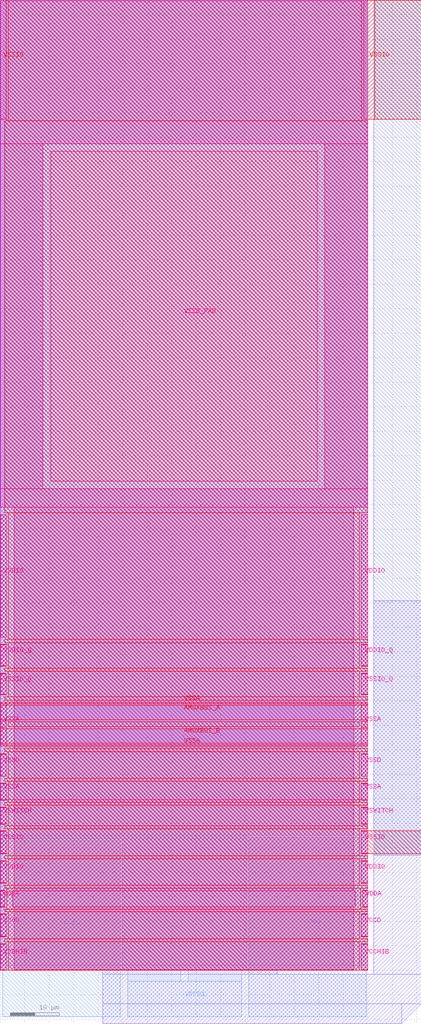
<source format=lef>
VERSION 5.7 ;
  NOWIREEXTENSIONATPIN ON ;
  DIVIDERCHAR "/" ;
  BUSBITCHARS "[]" ;
MACRO sky130_ef_io__vssd_lvc_clamped3_pad
  CLASS PAD POWER ;
  FOREIGN sky130_ef_io__vssd_lvc_clamped3_pad ;
  ORIGIN 0.000 0.000 ;
  SIZE 75.000 BY 197.965 ;
  PIN AMUXBUS_A
    DIRECTION INOUT ;
    USE SIGNAL ;
    PORT
      LAYER met4 ;
        RECT 0.000 51.090 75.000 54.070 ;
    END
  END AMUXBUS_A
  PIN AMUXBUS_B
    DIRECTION INOUT ;
    USE SIGNAL ;
    PORT
      LAYER met4 ;
        RECT 0.000 46.330 75.000 49.310 ;
    END
  END AMUXBUS_B
  PIN VSSD_PAD
    DIRECTION INOUT ;
    USE GROUND ;
    PORT
      LAYER met5 ;
        RECT 10.270 99.865 64.670 167.130 ;
    END
  END VSSD_PAD
  PIN VSSA
    DIRECTION INOUT ;
    USE GROUND ;
    PORT
      LAYER met5 ;
        RECT 73.730 45.700 75.000 54.700 ;
    END
    PORT
      LAYER met5 ;
        RECT 73.730 34.805 75.000 38.050 ;
    END
    PORT
      LAYER met5 ;
        RECT 0.000 45.700 1.270 54.700 ;
    END
    PORT
      LAYER met5 ;
        RECT 0.000 34.805 1.270 38.050 ;
    END
    PORT
      LAYER met4 ;
        RECT 73.730 49.610 75.000 50.790 ;
    END
    PORT
      LAYER met4 ;
        RECT 0.000 54.370 75.000 54.700 ;
    END
    PORT
      LAYER met4 ;
        RECT 0.000 45.700 75.000 46.030 ;
    END
    PORT
      LAYER met4 ;
        RECT 73.730 34.700 75.000 38.150 ;
    END
    PORT
      LAYER met4 ;
        RECT 0.000 49.610 1.270 50.790 ;
    END
    PORT
      LAYER met4 ;
        RECT 0.000 34.700 1.270 38.150 ;
    END
  END VSSA
  PIN VDDA
    DIRECTION INOUT ;
    USE POWER ;
    PORT
      LAYER met5 ;
        RECT 74.035 13.000 75.000 16.250 ;
    END
    PORT
      LAYER met5 ;
        RECT 0.000 13.000 0.965 16.250 ;
    END
    PORT
      LAYER met4 ;
        RECT 74.035 12.900 75.000 16.350 ;
    END
    PORT
      LAYER met4 ;
        RECT 0.000 12.900 0.965 16.350 ;
    END
  END VDDA
  PIN VSWITCH
    DIRECTION INOUT ;
    USE POWER ;
    PORT
      LAYER met5 ;
        RECT 73.730 29.950 75.000 33.200 ;
    END
    PORT
      LAYER met5 ;
        RECT 0.000 29.950 1.270 33.200 ;
    END
    PORT
      LAYER met4 ;
        RECT 73.730 29.850 75.000 33.300 ;
    END
    PORT
      LAYER met4 ;
        RECT 0.000 29.850 1.270 33.300 ;
    END
  END VSWITCH
  PIN VDDIO_Q
    DIRECTION INOUT ;
    USE POWER ;
    PORT
      LAYER met5 ;
        RECT 73.730 62.150 75.000 66.400 ;
    END
    PORT
      LAYER met5 ;
        RECT 0.000 62.150 1.270 66.400 ;
    END
    PORT
      LAYER met4 ;
        RECT 73.730 62.050 75.000 66.500 ;
    END
    PORT
      LAYER met4 ;
        RECT 0.000 62.050 1.270 66.500 ;
    END
  END VDDIO_Q
  PIN VCCHIB
    DIRECTION INOUT ;
    USE POWER ;
    PORT
      LAYER met5 ;
        RECT 73.730 0.100 75.000 5.350 ;
    END
    PORT
      LAYER met5 ;
        RECT 0.000 0.100 1.270 5.350 ;
    END
    PORT
      LAYER met4 ;
        RECT 73.730 0.000 75.000 5.450 ;
    END
    PORT
      LAYER met4 ;
        RECT 0.000 0.000 1.270 5.450 ;
    END
  END VCCHIB
  PIN VDDIO
    DIRECTION INOUT ;
    USE POWER ;
    PORT
      LAYER met5 ;
        RECT 73.730 68.000 75.000 92.950 ;
    END
    PORT
      LAYER met5 ;
        RECT 73.730 17.850 75.000 22.300 ;
    END
    PORT
      LAYER met5 ;
        RECT 0.000 68.000 1.270 92.950 ;
    END
    PORT
      LAYER met5 ;
        RECT 0.000 17.850 1.270 22.300 ;
    END
    PORT
      LAYER met4 ;
        RECT 73.730 17.750 75.000 22.400 ;
    END
    PORT
      LAYER met4 ;
        RECT 73.730 68.000 75.000 92.965 ;
    END
    PORT
      LAYER met4 ;
        RECT 0.000 17.750 1.270 22.400 ;
    END
    PORT
      LAYER met4 ;
        RECT 0.000 68.000 1.270 92.965 ;
    END
  END VDDIO
  PIN VCCD
    DIRECTION INOUT ;
    USE POWER ;
    PORT
      LAYER met5 ;
        RECT 73.730 6.950 75.000 11.400 ;
    END
    PORT
      LAYER met5 ;
        RECT 0.000 6.950 1.270 11.400 ;
    END
    PORT
      LAYER met4 ;
        RECT 73.730 6.850 75.000 11.500 ;
    END
    PORT
      LAYER met4 ;
        RECT 0.000 6.850 1.270 11.500 ;
    END
  END VCCD
  PIN VSSIO
    DIRECTION INOUT ;
    USE GROUND ;
    PORT
      LAYER met4 ;
        RECT 74.225 173.750 76.470 197.965 ;
    END
    PORT
      LAYER met4 ;
        RECT 0.000 173.750 1.205 197.965 ;
    END
    PORT
      LAYER met5 ;
        RECT 73.730 23.900 75.000 28.350 ;
    END
    PORT
      LAYER met5 ;
        RECT 0.000 23.900 1.270 28.350 ;
    END
    PORT
      LAYER met4 ;
        RECT 73.730 23.800 75.000 28.450 ;
    END
    PORT
      LAYER met4 ;
        RECT 0.000 23.800 1.270 28.450 ;
    END
  END VSSIO
  PIN VSSD
    DIRECTION INOUT ;
    USE GROUND ;
    PORT
      LAYER met5 ;
        RECT 73.730 39.650 75.000 44.100 ;
    END
    PORT
      LAYER met5 ;
        RECT 0.000 39.650 1.270 44.100 ;
    END
    PORT
      LAYER met4 ;
        RECT 73.730 39.550 75.000 44.200 ;
    END
    PORT
      LAYER met4 ;
        RECT 0.000 39.550 1.270 44.200 ;
    END
  END VSSD
  PIN VSSIO_Q
    DIRECTION INOUT ;
    USE GROUND ;
    PORT
      LAYER met5 ;
        RECT 73.730 56.300 75.000 60.550 ;
    END
    PORT
      LAYER met5 ;
        RECT 0.000 56.300 1.270 60.550 ;
    END
    PORT
      LAYER met4 ;
        RECT 73.730 56.200 75.000 60.650 ;
    END
    PORT
      LAYER met4 ;
        RECT 0.000 56.200 1.270 60.650 ;
    END
  END VSSIO_Q
  PIN VSSD1
    DIRECTION INOUT ;
    USE GROUND ;
    PORT
      LAYER met3 ;
        RECT 0.500 -9.480 24.500 26.400 ;
    END
    PORT
      LAYER met3 ;
        RECT 50.755 -9.510 74.700 27.120 ;
    END
  END VSSD1
  PIN VCCD1
    DIRECTION INOUT ;
    USE POWER ;
    PORT
      LAYER met3 ;
        RECT 26.000 -9.490 49.255 -2.290 ;
    END
  END VCCD1
  OBS
      LAYER li1 ;
        RECT 0.240 0.985 74.755 197.745 ;
      LAYER met1 ;
        RECT 0.120 0.000 75.000 197.805 ;
        RECT 16.655 -0.035 56.565 0.000 ;
        RECT 20.925 -0.780 56.565 -0.035 ;
        RECT 76.200 -0.780 85.935 75.385 ;
        RECT 20.925 -6.885 85.935 -0.780 ;
        RECT 20.925 -10.885 81.935 -6.885 ;
        POLYGON 81.935 -6.885 85.935 -6.885 81.935 -10.885 ;
      LAYER met2 ;
        RECT 0.500 0.000 75.000 197.965 ;
        RECT 76.200 23.425 85.935 197.965 ;
        RECT 0.500 -0.035 20.495 0.000 ;
        RECT 20.925 -0.035 53.535 0.000 ;
        RECT 54.095 -0.035 74.700 0.000 ;
      LAYER met3 ;
        RECT 0.500 27.520 75.000 197.965 ;
        RECT 76.200 173.750 85.935 197.965 ;
        RECT 0.500 26.800 50.355 27.520 ;
        RECT 24.900 0.000 50.355 26.800 ;
        RECT 76.200 23.800 85.935 28.450 ;
        RECT 26.000 -2.290 36.880 0.000 ;
        RECT 38.380 -2.290 49.255 0.000 ;
      LAYER met4 ;
        RECT 1.605 173.350 73.825 197.965 ;
        RECT 76.470 173.750 85.935 197.965 ;
        RECT 0.965 93.365 75.000 173.350 ;
        RECT 1.670 67.600 73.330 93.365 ;
        RECT 0.965 66.900 75.000 67.600 ;
        RECT 1.670 61.650 73.330 66.900 ;
        RECT 0.965 61.050 75.000 61.650 ;
        RECT 1.670 55.800 73.330 61.050 ;
        RECT 0.965 55.100 75.000 55.800 ;
        RECT 1.670 49.710 73.330 50.690 ;
        RECT 0.965 44.600 75.000 45.300 ;
        RECT 1.670 39.150 73.330 44.600 ;
        RECT 0.965 38.550 75.000 39.150 ;
        RECT 1.670 34.300 73.330 38.550 ;
        RECT 0.965 33.700 75.000 34.300 ;
        RECT 1.670 29.450 73.330 33.700 ;
        RECT 0.965 28.850 75.000 29.450 ;
        RECT 1.670 23.400 73.330 28.850 ;
        RECT 75.000 23.800 85.935 28.450 ;
        RECT 0.965 22.800 75.000 23.400 ;
        RECT 1.670 17.350 73.330 22.800 ;
        RECT 0.965 16.750 75.000 17.350 ;
        RECT 1.365 12.500 73.635 16.750 ;
        RECT 0.965 11.900 75.000 12.500 ;
        RECT 1.670 6.450 73.330 11.900 ;
        RECT 0.965 5.850 75.000 6.450 ;
        RECT 1.670 0.000 73.330 5.850 ;
      LAYER met5 ;
        RECT 0.000 168.730 75.000 197.965 ;
        RECT 0.000 98.265 8.670 168.730 ;
        RECT 66.270 98.265 75.000 168.730 ;
        RECT 0.000 94.550 75.000 98.265 ;
        RECT 2.870 34.805 72.130 94.550 ;
        RECT 0.000 34.800 75.000 34.805 ;
        RECT 2.870 16.250 72.130 34.800 ;
        RECT 2.565 13.000 72.435 16.250 ;
        RECT 2.870 0.100 72.130 13.000 ;
  END
END sky130_ef_io__vssd_lvc_clamped3_pad
END LIBRARY


</source>
